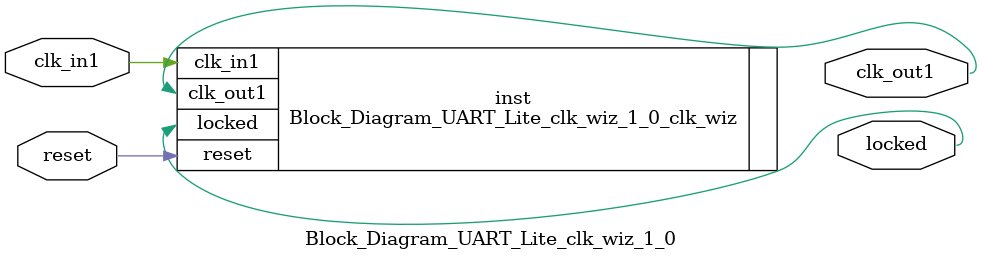
<source format=v>


`timescale 1ps/1ps

(* CORE_GENERATION_INFO = "Block_Diagram_UART_Lite_clk_wiz_1_0,clk_wiz_v6_0_15_0_0,{component_name=Block_Diagram_UART_Lite_clk_wiz_1_0,use_phase_alignment=true,use_min_o_jitter=false,use_max_i_jitter=false,use_dyn_phase_shift=false,use_inclk_switchover=false,use_dyn_reconfig=false,enable_axi=0,feedback_source=FDBK_AUTO,PRIMITIVE=MMCM,num_out_clk=1,clkin1_period=10.000,clkin2_period=10.000,use_power_down=false,use_reset=true,use_locked=true,use_inclk_stopped=false,feedback_type=SINGLE,CLOCK_MGR_TYPE=NA,manual_override=false}" *)

module Block_Diagram_UART_Lite_clk_wiz_1_0 
 (
  // Clock out ports
  output        clk_out1,
  // Status and control signals
  input         reset,
  output        locked,
 // Clock in ports
  input         clk_in1
 );

  Block_Diagram_UART_Lite_clk_wiz_1_0_clk_wiz inst
  (
  // Clock out ports  
  .clk_out1(clk_out1),
  // Status and control signals               
  .reset(reset), 
  .locked(locked),
 // Clock in ports
  .clk_in1(clk_in1)
  );

endmodule

</source>
